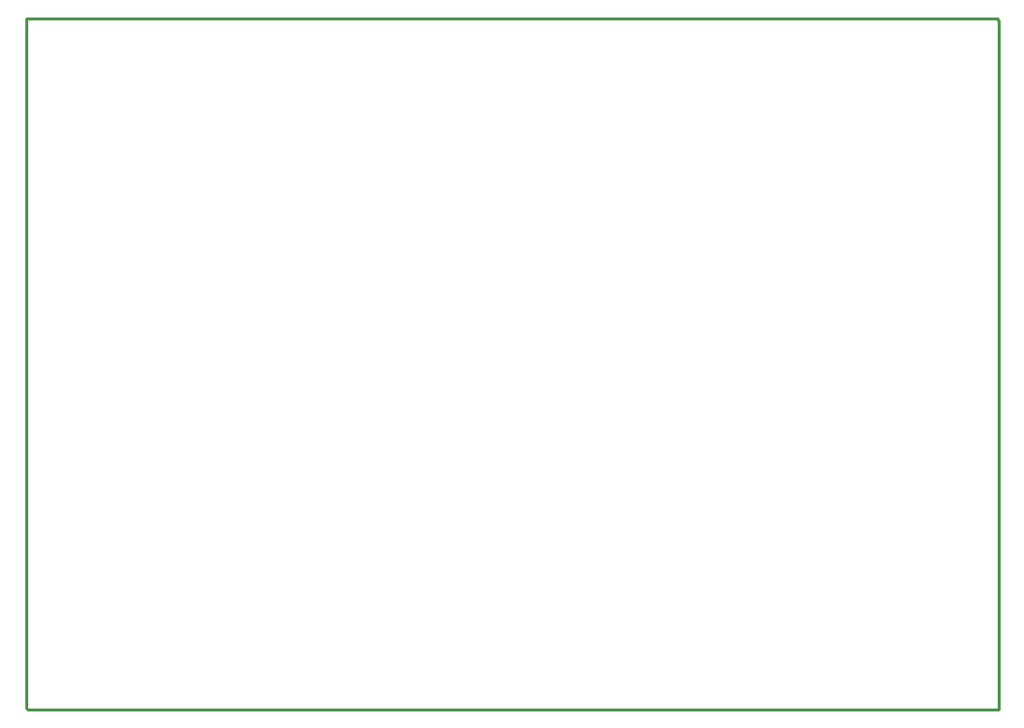
<source format=gko>
G04*
G04 #@! TF.GenerationSoftware,Altium Limited,Altium Designer,20.0.10 (225)*
G04*
G04 Layer_Color=16711935*
%FSLAX25Y25*%
%MOIN*%
G70*
G01*
G75*
%ADD13C,0.01000*%
D13*
X-1500Y500D02*
X331000D01*
X-2000Y1000D02*
Y237000D01*
Y1000D02*
X-1500Y500D01*
X331000D02*
Y236500D01*
X330500Y237000D02*
X331000Y236500D01*
X-2000Y237000D02*
X330500D01*
M02*

</source>
